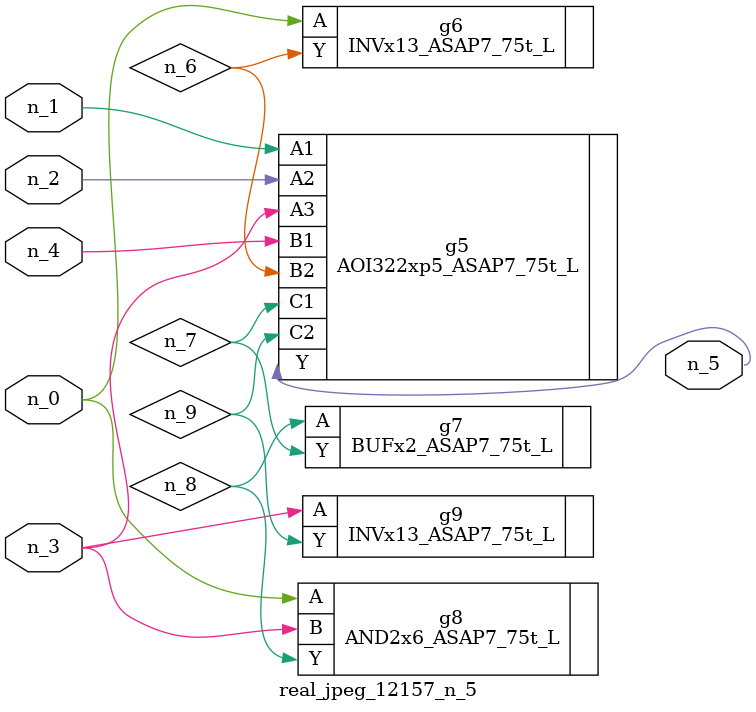
<source format=v>
module real_jpeg_12157_n_5 (n_4, n_0, n_1, n_2, n_3, n_5);

input n_4;
input n_0;
input n_1;
input n_2;
input n_3;

output n_5;

wire n_8;
wire n_6;
wire n_7;
wire n_9;

INVx13_ASAP7_75t_L g6 ( 
.A(n_0),
.Y(n_6)
);

AND2x6_ASAP7_75t_L g8 ( 
.A(n_0),
.B(n_3),
.Y(n_8)
);

AOI322xp5_ASAP7_75t_L g5 ( 
.A1(n_1),
.A2(n_2),
.A3(n_3),
.B1(n_4),
.B2(n_6),
.C1(n_7),
.C2(n_9),
.Y(n_5)
);

INVx13_ASAP7_75t_L g9 ( 
.A(n_3),
.Y(n_9)
);

BUFx2_ASAP7_75t_L g7 ( 
.A(n_8),
.Y(n_7)
);


endmodule
</source>
